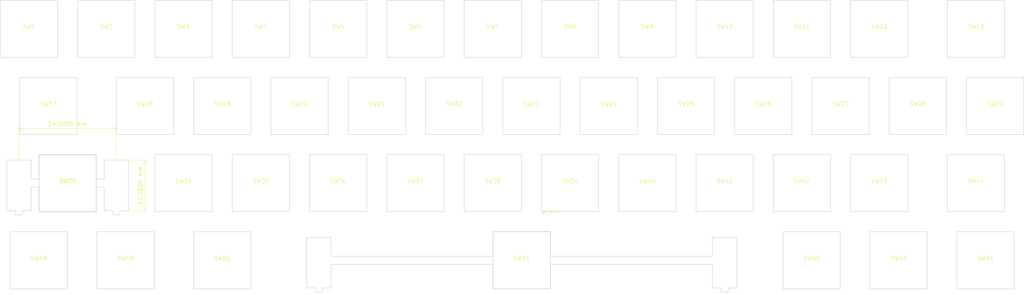
<source format=kicad_pcb>
(kicad_pcb (version 20240108) (generator "pcbnew") (generator_version "8.0")
  (layers (0 "F.Cu" signal) (31 "B.Cu" signal) (34 "B.Paste" user) (35 "F.Paste" user) (36 "B.SilkS" user "B.Silkscreen") (37 "F.SilkS" user "F.Silkscreen") (38 "B.Mask" user) (39 "F.Mask" user) (44 "Edge.Cuts" user))
  (net 0 "")
  (footprint "JohnDeereLibrary:Gateron KS33 Plate" (layer "F.Cu") (at 247.65 38.1)
    (property "Reference" "SW12" (at 0 -0.5 0) (layer "F.SilkS"))
    (property "Value" "SW_Push")
    (fp_rect (start -7.05 -7.05) (end 7.05 7.05) (stroke (width 0.12)) (fill none) (layer "Edge.Cuts"))
  )
  (footprint "JohnDeereLibrary:Gateron KS33 Plate" (layer "F.Cu") (at 238.125 57.15)
    (property "Reference" "SW27" (at 0 -0.5 0) (layer "F.SilkS"))
    (property "Value" "SW_Push")
    (fp_rect (start -7.05 -7.05) (end 7.05 7.05) (stroke (width 0.12)) (fill none) (layer "Edge.Cuts"))
  )
  (footprint "JohnDeereLibrary:Gateron KS33 Plate" (layer "F.Cu") (at 190.5 76.2)
    (property "Reference" "SW40" (at 0 -0.5 0) (layer "F.SilkS"))
    (property "Value" "SW_Push")
    (fp_rect (start -7.05 -7.05) (end 7.05 7.05) (stroke (width 0.12)) (fill none) (layer "Edge.Cuts"))
  )
  (footprint "JohnDeereLibrary:Gateron KS33 Plate" (layer "F.Cu") (at 47.625 76.2)
    (property "Reference" "SW33" (at 0 -0.5 0) (layer "F.SilkS"))
    (property "Value" "SW_Push")
    (fp_rect (start -7.05 -7.05) (end 7.05 7.05) (stroke (width 0.12)) (fill none) (layer "Edge.Cuts"))
  )
  (footprint "JohnDeereLibrary:Gateron Low Profile Stabilizer Plate Cutout" (layer "F.Cu") (at 47.625 76.2)
    (property "Reference" "REF**" (at 0 -0.5 0) (layer "F.SilkS"))
    (property "Value" "Gateron Low Profile Stabilizer Plate Cutout")
    (fp_line (start -15 -5.6795) (end -9 -5.6795) (stroke (width 0.12)) (layer "Edge.Cuts"))
    (fp_line (start -15 6.8205) (end -15 -5.6795) (stroke (width 0.12)) (layer "Edge.Cuts"))
    (fp_line (start -15 6.8205) (end -12.85 6.8205) (stroke (width 0.12)) (layer "Edge.Cuts"))
    (fp_line (start -12.85 7.86) (end -12.85 6.8205) (stroke (width 0.12)) (layer "Edge.Cuts"))
    (fp_line (start -12.85 7.86) (end -11.15 7.86) (stroke (width 0.12)) (layer "Edge.Cuts"))
    (fp_line (start -11.15 6.8205) (end -9 6.8205) (stroke (width 0.12)) (layer "Edge.Cuts"))
    (fp_line (start -11.15 7.86) (end -11.15 6.8205) (stroke (width 0.12)) (layer "Edge.Cuts"))
    (fp_line (start -9 -5.6795) (end -9 -1) (stroke (width 0.12)) (layer "Edge.Cuts"))
    (fp_line (start -9 1) (end -9 6.8205) (stroke (width 0.12)) (layer "Edge.Cuts"))
    (fp_line (start -9 1) (end -7.01 1) (stroke (width 0.12)) (layer "Edge.Cuts"))
    (fp_line (start -7.01 -7.01) (end -7.01 -1) (stroke (width 0.12)) (layer "Edge.Cuts"))
    (fp_line (start -7.01 -1) (end -9 -1) (stroke (width 0.12)) (layer "Edge.Cuts"))
    (fp_line (start -7.01 1) (end -7.01 7.01) (stroke (width 0.12)) (layer "Edge.Cuts"))
    (fp_line (start -7.01 7.01) (end 7.01 7.01) (stroke (width 0.12)) (layer "Edge.Cuts"))
    (fp_line (start 7.01 -7.01) (end -7.01 -7.01) (stroke (width 0.12)) (layer "Edge.Cuts"))
    (fp_line (start 7.01 -1) (end 7.01 -7.01) (stroke (width 0.12)) (layer "Edge.Cuts"))
    (fp_line (start 7.01 -1) (end 9 -1) (stroke (width 0.12)) (layer "Edge.Cuts"))
    (fp_line (start 7.01 7.01) (end 7.01 1) (stroke (width 0.12)) (layer "Edge.Cuts"))
    (fp_line (start 9 -5.6795) (end 9 -1) (stroke (width 0.12)) (layer "Edge.Cuts"))
    (fp_line (start 9 1) (end 7.01 1) (stroke (width 0.12)) (layer "Edge.Cuts"))
    (fp_line (start 9 1) (end 9 6.8205) (stroke (width 0.12)) (layer "Edge.Cuts"))
    (fp_line (start 11.15 6.8205) (end 9 6.8205) (stroke (width 0.12)) (layer "Edge.Cuts"))
    (fp_line (start 11.15 7.86) (end 11.15 6.8205) (stroke (width 0.12)) (layer "Edge.Cuts"))
    (fp_line (start 12.85 7.86) (end 11.15 7.86) (stroke (width 0.12)) (layer "Edge.Cuts"))
    (fp_line (start 12.85 7.86) (end 12.85 6.8205) (stroke (width 0.12)) (layer "Edge.Cuts"))
    (fp_line (start 15 -5.6795) (end 9 -5.6795) (stroke (width 0.12)) (layer "Edge.Cuts"))
    (fp_line (start 15 6.8205) (end 12.85 6.8205) (stroke (width 0.12)) (layer "Edge.Cuts"))
    (fp_line (start 15 6.8205) (end 15 -5.6795) (stroke (width 0.12)) (layer "Edge.Cuts"))
    (dimension (type aligned) (layer "F.SilkS") (pts (xy 59.625 70.62) (xy 35.625 70.62)) (height 7.881999) (gr_text "24.0000 mm" (at 47.625 61.588001 0) (layer "F.SilkS") (effects (font (size 1 1) (thickness 0.15)))) (format (prefix "") (suffix "") (units 3) (units_format 1) (precision 4)) (style (thickness 0.12) (arrow_length 1.27) (text_position_mode 0) (extension_height 0.58642) (extension_offset 0.5) keep_text_aligned))
    (dimension (type aligned) (layer "F.SilkS") (pts (xy 62.625 83.0205) (xy 62.625 70.5205)) (height 4.0754) (gr_text "12.5000 mm" (at 65.5504 76.7705 90) (layer "F.SilkS") (effects (font (size 1 1) (thickness 0.15)))) (format (prefix "") (suffix "") (units 3) (units_format 1) (precision 4)) (style (thickness 0.12) (arrow_length 1.27) (text_position_mode 0) (extension_height 0.58642) (extension_offset 0.5) keep_text_aligned))
  )
  (footprint "JohnDeereLibrary:Gateron KS33 Plate" (layer "F.Cu") (at 85.725 95.25)
    (property "Reference" "SW50" (at 0 -0.5 0) (layer "F.SilkS"))
    (property "Value" "SW_Push")
    (fp_rect (start -7.05 -7.05) (end 7.05 7.05) (stroke (width 0.12)) (fill none) (layer "Edge.Cuts"))
  )
  (footprint "JohnDeereLibrary:Gateron KS33 Plate" (layer "F.Cu") (at 57.15 38.1)
    (property "Reference" "SW2" (at 0 -0.5 0) (layer "F.SilkS"))
    (property "Value" "SW_Push")
    (fp_rect (start -7.05 -7.05) (end 7.05 7.05) (stroke (width 0.12)) (fill none) (layer "Edge.Cuts"))
  )
  (footprint "JohnDeereLibrary:Gateron KS33 Plate" (layer "F.Cu") (at 133.35 76.2)
    (property "Reference" "SW37" (at 0 -0.5 0) (layer "F.SilkS"))
    (property "Value" "SW_Push")
    (fp_rect (start -7.05 -7.05) (end 7.05 7.05) (stroke (width 0.12)) (fill none) (layer "Edge.Cuts"))
  )
  (footprint "JohnDeereLibrary:Gateron KS33 Plate" (layer "F.Cu") (at 142.875 57.15)
    (property "Reference" "SW22" (at 0 -0.5 0) (layer "F.SilkS"))
    (property "Value" "SW_Push")
    (fp_rect (start -7.05 -7.05) (end 7.05 7.05) (stroke (width 0.12)) (fill none) (layer "Edge.Cuts"))
  )
  (footprint "JohnDeereLibrary:Gateron KS33 Plate" (layer "F.Cu") (at 276.225 57.15)
    (property "Reference" "SW29" (at 0 -0.5 0) (layer "F.SilkS"))
    (property "Value" "SW_Push")
    (fp_rect (start -7.05 -7.05) (end 7.05 7.05) (stroke (width 0.12)) (fill none) (layer "Edge.Cuts"))
  )
  (footprint "JohnDeereLibrary:Gateron KS33 Plate" (layer "F.Cu") (at 209.55 38.1)
    (property "Reference" "SW10" (at 0 -0.5 0) (layer "F.SilkS"))
    (property "Value" "SW_Push")
    (fp_rect (start -7.05 -7.05) (end 7.05 7.05) (stroke (width 0.12)) (fill none) (layer "Edge.Cuts"))
  )
  (footprint "JohnDeereLibrary:Gateron KS33 Plate" (layer "F.Cu") (at 171.45 38.1)
    (property "Reference" "SW8" (at 0 -0.5 0) (layer "F.SilkS"))
    (property "Value" "SW_Push")
    (fp_rect (start -7.05 -7.05) (end 7.05 7.05) (stroke (width 0.12)) (fill none) (layer "Edge.Cuts"))
  )
  (footprint "JohnDeereLibrary:Gateron KS33 Plate" (layer "F.Cu") (at 273.84375 95.25)
    (property "Reference" "SW54" (at 0 -0.5 0) (layer "F.SilkS"))
    (property "Value" "SW_Push")
    (fp_rect (start -7.05 -7.05) (end 7.05 7.05) (stroke (width 0.12)) (fill none) (layer "Edge.Cuts"))
  )
  (footprint "JohnDeereLibrary:Gateron KS33 Plate" (layer "F.Cu") (at 76.2 76.2)
    (property "Reference" "SW34" (at 0 -0.5 0) (layer "F.SilkS"))
    (property "Value" "SW_Push")
    (fp_rect (start -7.05 -7.05) (end 7.05 7.05) (stroke (width 0.12)) (fill none) (layer "Edge.Cuts"))
  )
  (footprint "JohnDeereLibrary:Gateron KS33 Plate" (layer "F.Cu") (at 271.4625 76.2)
    (property "Reference" "SW44" (at 0 -0.5 0) (layer "F.SilkS"))
    (property "Value" "SW_Push")
    (fp_rect (start -7.05 -7.05) (end 7.05 7.05) (stroke (width 0.12)) (fill none) (layer "Edge.Cuts"))
  )
  (footprint "JohnDeereLibrary:Gateron KS33 Plate" (layer "F.Cu") (at 228.6 76.2)
    (property "Reference" "SW42" (at 0 -0.5 0) (layer "F.SilkS"))
    (property "Value" "SW_Push")
    (fp_rect (start -7.05 -7.05) (end 7.05 7.05) (stroke (width 0.12)) (fill none) (layer "Edge.Cuts"))
  )
  (footprint "JohnDeereLibrary:Gateron KS33 Plate" (layer "F.Cu") (at 152.4 38.1)
    (property "Reference" "SW7" (at 0 -0.5 0) (layer "F.SilkS"))
    (property "Value" "SW_Push")
    (fp_rect (start -7.05 -7.05) (end 7.05 7.05) (stroke (width 0.12)) (fill none) (layer "Edge.Cuts"))
  )
  (footprint "JohnDeereLibrary:Gateron KS33 Plate" (layer "F.Cu") (at 200.025 57.15)
    (property "Reference" "SW25" (at 0 -0.5 0) (layer "F.SilkS"))
    (property "Value" "SW_Push")
    (fp_rect (start -7.05 -7.05) (end 7.05 7.05) (stroke (width 0.12)) (fill none) (layer "Edge.Cuts"))
  )
  (footprint "JohnDeereLibrary:Gateron KS33 Plate" (layer "F.Cu") (at 133.35 38.1)
    (property "Reference" "SW6" (at 0 -0.5 0) (layer "F.SilkS"))
    (property "Value" "SW_Push")
    (fp_rect (start -7.05 -7.05) (end 7.05 7.05) (stroke (width 0.12)) (fill none) (layer "Edge.Cuts"))
  )
  (footprint "JohnDeereLibrary:Gateron KS33 Plate" (layer "F.Cu") (at 85.725 57.15)
    (property "Reference" "SW19" (at 0 -0.5 0) (layer "F.SilkS"))
    (property "Value" "SW_Push")
    (fp_rect (start -7.05 -7.05) (end 7.05 7.05) (stroke (width 0.12)) (fill none) (layer "Edge.Cuts"))
  )
  (footprint "JohnDeereLibrary:Gateron KS33 Plate" (layer "F.Cu") (at 247.65 76.2)
    (property "Reference" "SW43" (at 0 -0.5 0) (layer "F.SilkS"))
    (property "Value" "SW_Push")
    (fp_rect (start -7.05 -7.05) (end 7.05 7.05) (stroke (width 0.12)) (fill none) (layer "Edge.Cuts"))
  )
  (footprint "JohnDeereLibrary:Gateron Low Profile Stabilizer Plate Cutout 6.25u" (layer "F.Cu") (at 159.54375 95.25)
    (property "Reference" "REF**" (at 7.112 -11.7348 0) (layer "F.SilkS"))
    (property "Value" "Gateron Low Profile Stabilizer Plate Cutout 6.25u")
    (fp_line (start -53 -5.6795) (end -47 -5.6795) (stroke (width 0.12)) (layer "Edge.Cuts"))
    (fp_line (start -53 6.8205) (end -53 -5.6795) (stroke (width 0.12)) (layer "Edge.Cuts"))
    (fp_line (start -53 6.8205) (end -50.85 6.8205) (stroke (width 0.12)) (layer "Edge.Cuts"))
    (fp_line (start -50.85 7.82) (end -50.85 6.8205) (stroke (width 0.12)) (layer "Edge.Cuts"))
    (fp_line (start -50.85 7.82) (end -49.15 7.82) (stroke (width 0.12)) (layer "Edge.Cuts"))
    (fp_line (start -49.15 6.8205) (end -47 6.8205) (stroke (width 0.12)) (layer "Edge.Cuts"))
    (fp_line (start -49.15 7.82) (end -49.15 6.8205) (stroke (width 0.12)) (layer "Edge.Cuts"))
    (fp_line (start -47 -5.6795) (end -47 -1) (stroke (width 0.12)) (layer "Edge.Cuts"))
    (fp_line (start -47 1) (end -47 6.8205) (stroke (width 0.12)) (layer "Edge.Cuts"))
    (fp_line (start -47 1) (end -7.05 1) (stroke (width 0.12)) (layer "Edge.Cuts"))
    (fp_line (start -7.05 -7.05) (end -7.05 -1) (stroke (width 0.12)) (layer "Edge.Cuts"))
    (fp_line (start -7.05 -1) (end -47 -1) (stroke (width 0.12)) (layer "Edge.Cuts"))
    (fp_line (start -7.05 1) (end -7.05 7.05) (stroke (width 0.12)) (layer "Edge.Cuts"))
    (fp_line (start -7.05 7.05) (end 7.05 7.05) (stroke (width 0.12)) (layer "Edge.Cuts"))
    (fp_line (start 7.05 -7.05) (end -7.05 -7.05) (stroke (width 0.12)) (layer "Edge.Cuts"))
    (fp_line (start 7.05 -7.05) (end 7.05 -1) (stroke (width 0.12)) (layer "Edge.Cuts"))
    (fp_line (start 7.05 -1) (end 47 -1) (stroke (width 0.12)) (layer "Edge.Cuts"))
    (fp_line (start 7.05 7.05) (end 7.05 1) (stroke (width 0.12)) (layer "Edge.Cuts"))
    (fp_line (start 47 -5.6795) (end 47 -1) (stroke (width 0.12)) (layer "Edge.Cuts"))
    (fp_line (start 47 1) (end 7.05 1) (stroke (width 0.12)) (layer "Edge.Cuts"))
    (fp_line (start 47 1) (end 47 6.8205) (stroke (width 0.12)) (layer "Edge.Cuts"))
    (fp_line (start 49.15 6.8205) (end 47 6.8205) (stroke (width 0.12)) (layer "Edge.Cuts"))
    (fp_line (start 49.15 7.82) (end 49.15 6.8205) (stroke (width 0.12)) (layer "Edge.Cuts"))
    (fp_line (start 50.85 7.82) (end 49.15 7.82) (stroke (width 0.12)) (layer "Edge.Cuts"))
    (fp_line (start 50.85 7.82) (end 50.85 6.8205) (stroke (width 0.12)) (layer "Edge.Cuts"))
    (fp_line (start 53 -5.6795) (end 47 -5.6795) (stroke (width 0.12)) (layer "Edge.Cuts"))
    (fp_line (start 53 6.8205) (end 50.85 6.8205) (stroke (width 0.12)) (layer "Edge.Cuts"))
    (fp_line (start 53 6.8205) (end 53 -5.6795) (stroke (width 0.12)) (layer "Edge.Cuts"))
  )
  (footprint "JohnDeereLibrary:Gateron KS33 Plate" (layer "F.Cu") (at 95.25 38.1)
    (property "Reference" "SW4" (at 0 -0.5 0) (layer "F.SilkS"))
    (property "Value" "SW_Push")
    (fp_rect (start -7.05 -7.05) (end 7.05 7.05) (stroke (width 0.12)) (fill none) (layer "Edge.Cuts"))
  )
  (footprint "JohnDeereLibrary:Gateron KS33 Plate" (layer "F.Cu") (at 257.175 57.15)
    (property "Reference" "SW28" (at 0 -0.5 0) (layer "F.SilkS"))
    (property "Value" "SW_Push")
    (fp_rect (start -7.05 -7.05) (end 7.05 7.05) (stroke (width 0.12)) (fill none) (layer "Edge.Cuts"))
  )
  (footprint "JohnDeereLibrary:Gateron KS33 Plate" (layer "F.Cu") (at 209.55 76.2)
    (property "Reference" "SW41" (at 0 -0.5 0) (layer "F.SilkS"))
    (property "Value" "SW_Push")
    (fp_rect (start -7.05 -7.05) (end 7.05 7.05) (stroke (width 0.12)) (fill none) (layer "Edge.Cuts"))
  )
  (footprint "JohnDeereLibrary:Gateron KS33 Plate" (layer "F.Cu") (at 61.9125 95.25)
    (property "Reference" "SW49" (at 0 -0.5 0) (layer "F.SilkS"))
    (property "Value" "SW_Push")
    (fp_rect (start -7.05 -7.05) (end 7.05 7.05) (stroke (width 0.12)) (fill none) (layer "Edge.Cuts"))
  )
  (footprint "JohnDeereLibrary:Gateron KS33 Plate" (layer "F.Cu") (at 161.925 57.15)
    (property "Reference" "SW23" (at 0 -0.5 0) (layer "F.SilkS"))
    (property "Value" "SW_Push")
    (fp_rect (start -7.05 -7.05) (end 7.05 7.05) (stroke (width 0.12)) (fill none) (layer "Edge.Cuts"))
  )
  (footprint "JohnDeereLibrary:Gateron KS33 Plate" (layer "F.Cu") (at 104.775 57.15)
    (property "Reference" "SW20" (at 0 -0.5 0) (layer "F.SilkS"))
    (property "Value" "SW_Push")
    (fp_rect (start -7.05 -7.05) (end 7.05 7.05) (stroke (width 0.12)) (fill none) (layer "Edge.Cuts"))
  )
  (footprint "JohnDeereLibrary:Gateron KS33 Plate" (layer "F.Cu") (at 190.5 38.1)
    (property "Reference" "SW9" (at 0 -0.5 0) (layer "F.SilkS"))
    (property "Value" "SW_Push")
    (fp_rect (start -7.05 -7.05) (end 7.05 7.05) (stroke (width 0.12)) (fill none) (layer "Edge.Cuts"))
  )
  (footprint "JohnDeereLibrary:Gateron KS33 Plate" (layer "F.Cu") (at 114.3 76.2)
    (property "Reference" "SW36" (at 0 -0.5 0) (layer "F.SilkS"))
    (property "Value" "SW_Push")
    (fp_rect (start -7.05 -7.05) (end 7.05 7.05) (stroke (width 0.12)) (fill none) (layer "Edge.Cuts"))
  )
  (footprint "JohnDeereLibrary:Gateron KS33 Plate" (layer "F.Cu") (at 40.48125 95.25)
    (property "Reference" "SW48" (at 0 -0.5 0) (layer "F.SilkS"))
    (property "Value" "SW_Push")
    (fp_rect (start -7.05 -7.05) (end 7.05 7.05) (stroke (width 0.12)) (fill none) (layer "Edge.Cuts"))
  )
  (footprint "JohnDeereLibrary:Gateron KS33 Plate" (layer "F.Cu") (at 114.3 38.1)
    (property "Reference" "SW5" (at 0 -0.5 0) (layer "F.SilkS"))
    (property "Value" "SW_Push")
    (fp_rect (start -7.05 -7.05) (end 7.05 7.05) (stroke (width 0.12)) (fill none) (layer "Edge.Cuts"))
  )
  (footprint "JohnDeereLibrary:Gateron KS33 Plate" (layer "F.Cu") (at 42.8625 57.15)
    (property "Reference" "SW17" (at 0 -0.5 0) (layer "F.SilkS"))
    (property "Value" "SW_Push")
    (fp_rect (start -7.05 -7.05) (end 7.05 7.05) (stroke (width 0.12)) (fill none) (layer "Edge.Cuts"))
  )
  (footprint "JohnDeereLibrary:Gateron KS33 Plate" (layer "F.Cu") (at 252.4125 95.25)
    (property "Reference" "SW53" (at 0 -0.5 0) (layer "F.SilkS"))
    (property "Value" "SW_Push")
    (fp_rect (start -7.05 -7.05) (end 7.05 7.05) (stroke (width 0.12)) (fill none) (layer "Edge.Cuts"))
  )
  (footprint "JohnDeereLibrary:Gateron KS33 Plate" (layer "F.Cu") (at 228.6 38.1)
    (property "Reference" "SW11" (at 0 -0.5 0) (layer "F.SilkS"))
    (property "Value" "SW_Push")
    (fp_rect (start -7.05 -7.05) (end 7.05 7.05) (stroke (width 0.12)) (fill none) (layer "Edge.Cuts"))
  )
  (footprint "JohnDeereLibrary:Gateron KS33 Plate" (layer "F.Cu") (at 66.675 57.15)
    (property "Reference" "SW18" (at 0 -0.5 0) (layer "F.SilkS"))
    (property "Value" "SW_Push")
    (fp_rect (start -7.05 -7.05) (end 7.05 7.05) (stroke (width 0.12)) (fill none) (layer "Edge.Cuts"))
  )
  (footprint "JohnDeereLibrary:Gateron KS33 Plate" (layer "F.Cu") (at 219.075 57.15)
    (property "Reference" "SW26" (at 0 -0.5 0) (layer "F.SilkS"))
    (property "Value" "SW_Push")
    (fp_rect (start -7.05 -7.05) (end 7.05 7.05) (stroke (width 0.12)) (fill none) (layer "Edge.Cuts"))
  )
  (footprint "JohnDeereLibrary:Gateron KS33 Plate" (layer "F.Cu") (at 95.25 76.2)
    (property "Reference" "SW35" (at 0 -0.5 0) (layer "F.SilkS"))
    (property "Value" "SW_Push")
    (fp_rect (start -7.05 -7.05) (end 7.05 7.05) (stroke (width 0.12)) (fill none) (layer "Edge.Cuts"))
  )
  (footprint "JohnDeereLibrary:Gateron KS33 Plate" (layer "F.Cu") (at 230.98125 95.25)
    (property "Reference" "SW52" (at 0 -0.5 0) (layer "F.SilkS"))
    (property "Value" "SW_Push")
    (fp_rect (start -7.05 -7.05) (end 7.05 7.05) (stroke (width 0.12)) (fill none) (layer "Edge.Cuts"))
  )
  (footprint "JohnDeereLibrary:Gateron KS33 Plate" (layer "F.Cu") (at 171.45 76.2)
    (property "Reference" "SW39" (at 0 -0.5 0) (layer "F.SilkS"))
    (property "Value" "SW_Push")
    (fp_rect (start -7.05 -7.05) (end 7.05 7.05) (stroke (width 0.12)) (fill none) (layer "Edge.Cuts"))
  )
  (footprint "JohnDeereLibrary:Gateron KS33 Plate" (layer "F.Cu") (at 180.975 57.15)
    (property "Reference" "SW24" (at 0 -0.5 0) (layer "F.SilkS"))
    (property "Value" "SW_Push")
    (fp_rect (start -7.05 -7.05) (end 7.05 7.05) (stroke (width 0.12)) (fill none) (layer "Edge.Cuts"))
  )
  (footprint "JohnDeereLibrary:Gateron KS33 Plate" (layer "F.Cu") (at 123.825 57.15)
    (property "Reference" "SW21" (at 0 -0.5 0) (layer "F.SilkS"))
    (property "Value" "SW_Push")
    (fp_rect (start -7.05 -7.05) (end 7.05 7.05) (stroke (width 0.12)) (fill none) (layer "Edge.Cuts"))
  )
  (footprint "JohnDeereLibrary:Gateron KS33 Plate" (layer "F.Cu") (at 152.4 76.2)
    (property "Reference" "SW38" (at 0 -0.5 0) (layer "F.SilkS"))
    (property "Value" "SW_Push")
    (fp_rect (start -7.05 -7.05) (end 7.05 7.05) (stroke (width 0.12)) (fill none) (layer "Edge.Cuts"))
  )
  (footprint "JohnDeereLibrary:Gateron KS33 Plate" (layer "F.Cu") (at 159.54375 95.25)
    (property "Reference" "SW51" (at 0 -0.5 0) (layer "F.SilkS"))
    (property "Value" "SW_Push")
    (fp_rect (start -7.05 -7.05) (end 7.05 7.05) (stroke (width 0.12)) (fill none) (layer "Edge.Cuts"))
  )
  (footprint "JohnDeereLibrary:Gateron KS33 Plate" (layer "F.Cu") (at 76.2 38.1)
    (property "Reference" "SW3" (at 0 -0.5 0) (layer "F.SilkS"))
    (property "Value" "SW_Push")
    (fp_rect (start -7.05 -7.05) (end 7.05 7.05) (stroke (width 0.12)) (fill none) (layer "Edge.Cuts"))
  )
  (footprint "JohnDeereLibrary:Gateron KS33 Plate" (layer "F.Cu") (at 38.1 38.1)
    (property "Reference" "SW1" (at 0 -0.5 0) (layer "F.SilkS"))
    (property "Value" "SW_Push")
    (fp_rect (start -7.05 -7.05) (end 7.05 7.05) (stroke (width 0.12)) (fill none) (layer "Edge.Cuts"))
  )
  (footprint "JohnDeereLibrary:Gateron KS33 Plate" (layer "F.Cu") (at 271.4625 38.1)
    (property "Reference" "SW13" (at 0 -0.5 0) (layer "F.SilkS"))
    (property "Value" "SW_Push")
    (fp_rect (start -7.05 -7.05) (end 7.05 7.05) (stroke (width 0.12)) (fill none) (layer "Edge.Cuts"))
  )
)
</source>
